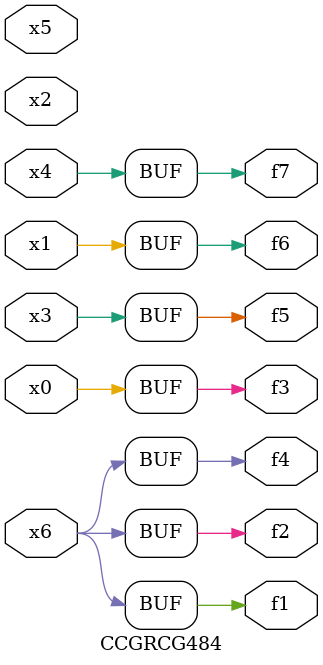
<source format=v>
module CCGRCG484(
	input x0, x1, x2, x3, x4, x5, x6,
	output f1, f2, f3, f4, f5, f6, f7
);
	assign f1 = x6;
	assign f2 = x6;
	assign f3 = x0;
	assign f4 = x6;
	assign f5 = x3;
	assign f6 = x1;
	assign f7 = x4;
endmodule

</source>
